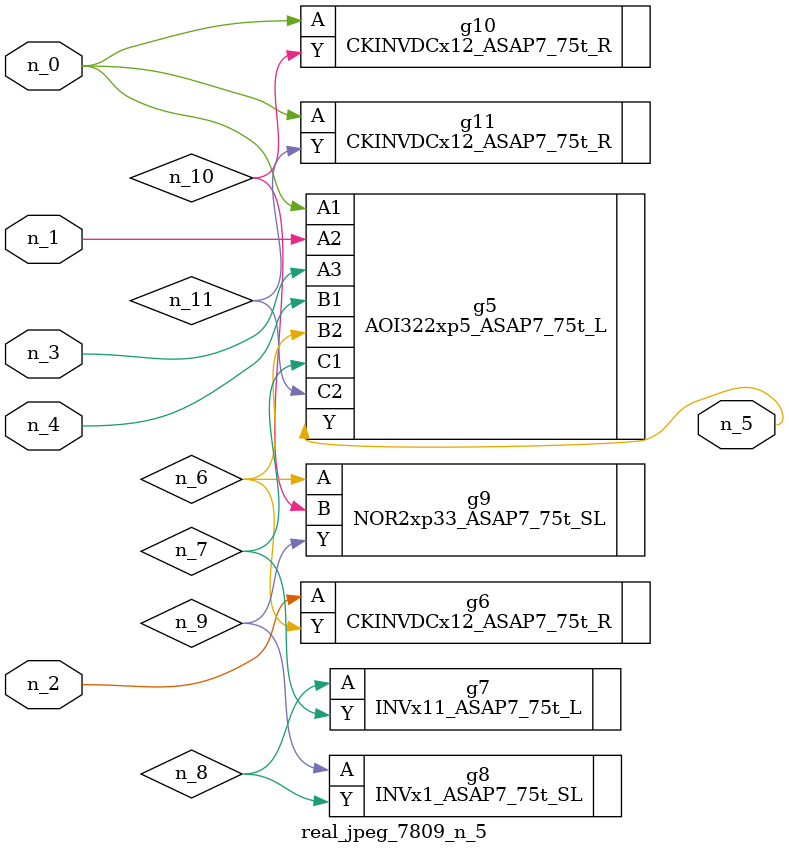
<source format=v>
module real_jpeg_7809_n_5 (n_4, n_0, n_1, n_2, n_3, n_5);

input n_4;
input n_0;
input n_1;
input n_2;
input n_3;

output n_5;

wire n_8;
wire n_11;
wire n_6;
wire n_7;
wire n_10;
wire n_9;

AOI322xp5_ASAP7_75t_L g5 ( 
.A1(n_0),
.A2(n_1),
.A3(n_3),
.B1(n_4),
.B2(n_6),
.C1(n_7),
.C2(n_11),
.Y(n_5)
);

CKINVDCx12_ASAP7_75t_R g10 ( 
.A(n_0),
.Y(n_10)
);

CKINVDCx12_ASAP7_75t_R g11 ( 
.A(n_0),
.Y(n_11)
);

CKINVDCx12_ASAP7_75t_R g6 ( 
.A(n_2),
.Y(n_6)
);

NOR2xp33_ASAP7_75t_SL g9 ( 
.A(n_6),
.B(n_10),
.Y(n_9)
);

INVx11_ASAP7_75t_L g7 ( 
.A(n_8),
.Y(n_7)
);

INVx1_ASAP7_75t_SL g8 ( 
.A(n_9),
.Y(n_8)
);


endmodule
</source>
